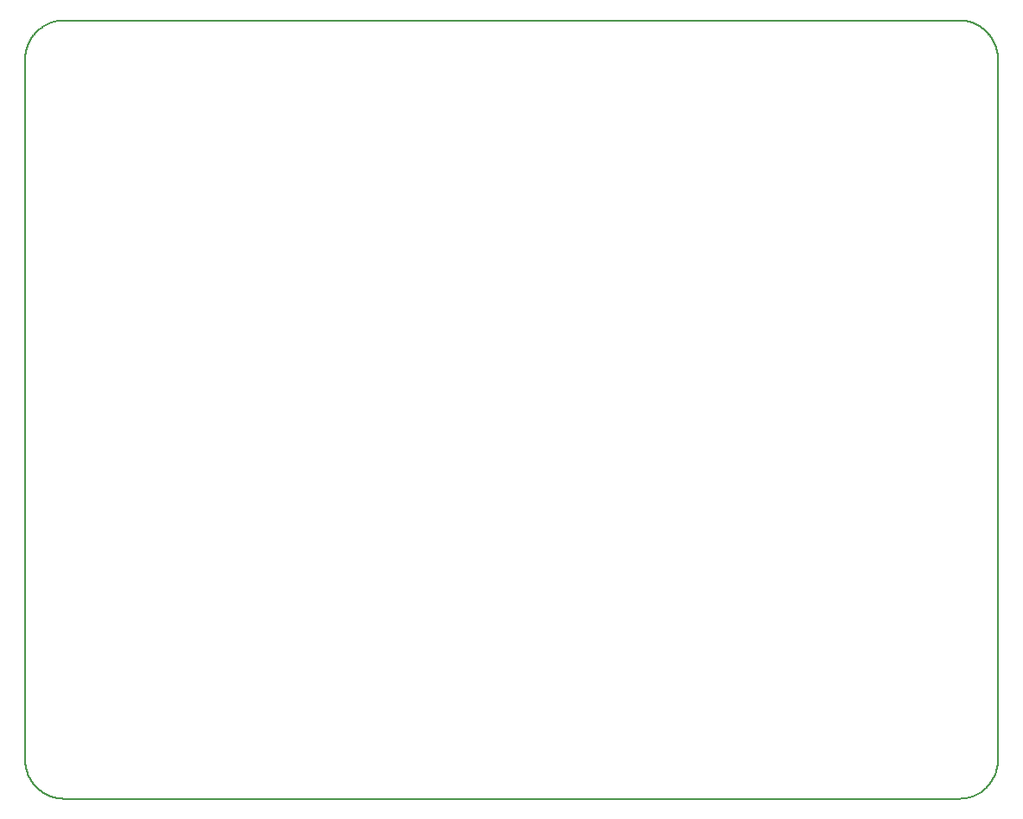
<source format=gbp>
G75*
%MOIN*%
%OFA0B0*%
%FSLAX25Y25*%
%IPPOS*%
%LPD*%
%AMOC8*
5,1,8,0,0,1.08239X$1,22.5*
%
%ADD10C,0.00600*%
D10*
X0032595Y0038933D02*
X0032595Y0308933D01*
X0032599Y0309295D01*
X0032613Y0309658D01*
X0032634Y0310020D01*
X0032665Y0310381D01*
X0032704Y0310741D01*
X0032752Y0311100D01*
X0032809Y0311458D01*
X0032874Y0311815D01*
X0032948Y0312170D01*
X0033031Y0312523D01*
X0033122Y0312874D01*
X0033221Y0313222D01*
X0033329Y0313568D01*
X0033445Y0313912D01*
X0033570Y0314252D01*
X0033702Y0314589D01*
X0033843Y0314923D01*
X0033992Y0315254D01*
X0034149Y0315581D01*
X0034313Y0315904D01*
X0034485Y0316223D01*
X0034665Y0316537D01*
X0034853Y0316848D01*
X0035048Y0317153D01*
X0035250Y0317454D01*
X0035460Y0317750D01*
X0035676Y0318040D01*
X0035900Y0318326D01*
X0036130Y0318606D01*
X0036367Y0318880D01*
X0036611Y0319148D01*
X0036861Y0319411D01*
X0037117Y0319667D01*
X0037380Y0319917D01*
X0037648Y0320161D01*
X0037922Y0320398D01*
X0038202Y0320628D01*
X0038488Y0320852D01*
X0038778Y0321068D01*
X0039074Y0321278D01*
X0039375Y0321480D01*
X0039680Y0321675D01*
X0039991Y0321863D01*
X0040305Y0322043D01*
X0040624Y0322215D01*
X0040947Y0322379D01*
X0041274Y0322536D01*
X0041605Y0322685D01*
X0041939Y0322826D01*
X0042276Y0322958D01*
X0042616Y0323083D01*
X0042960Y0323199D01*
X0043306Y0323307D01*
X0043654Y0323406D01*
X0044005Y0323497D01*
X0044358Y0323580D01*
X0044713Y0323654D01*
X0045070Y0323719D01*
X0045428Y0323776D01*
X0045787Y0323824D01*
X0046147Y0323863D01*
X0046508Y0323894D01*
X0046870Y0323915D01*
X0047233Y0323929D01*
X0047595Y0323933D01*
X0392595Y0323933D01*
X0392957Y0323929D01*
X0393320Y0323915D01*
X0393682Y0323894D01*
X0394043Y0323863D01*
X0394403Y0323824D01*
X0394762Y0323776D01*
X0395120Y0323719D01*
X0395477Y0323654D01*
X0395832Y0323580D01*
X0396185Y0323497D01*
X0396536Y0323406D01*
X0396884Y0323307D01*
X0397230Y0323199D01*
X0397574Y0323083D01*
X0397914Y0322958D01*
X0398251Y0322826D01*
X0398585Y0322685D01*
X0398916Y0322536D01*
X0399243Y0322379D01*
X0399566Y0322215D01*
X0399885Y0322043D01*
X0400199Y0321863D01*
X0400510Y0321675D01*
X0400815Y0321480D01*
X0401116Y0321278D01*
X0401412Y0321068D01*
X0401702Y0320852D01*
X0401988Y0320628D01*
X0402268Y0320398D01*
X0402542Y0320161D01*
X0402810Y0319917D01*
X0403073Y0319667D01*
X0403329Y0319411D01*
X0403579Y0319148D01*
X0403823Y0318880D01*
X0404060Y0318606D01*
X0404290Y0318326D01*
X0404514Y0318040D01*
X0404730Y0317750D01*
X0404940Y0317454D01*
X0405142Y0317153D01*
X0405337Y0316848D01*
X0405525Y0316537D01*
X0405705Y0316223D01*
X0405877Y0315904D01*
X0406041Y0315581D01*
X0406198Y0315254D01*
X0406347Y0314923D01*
X0406488Y0314589D01*
X0406620Y0314252D01*
X0406745Y0313912D01*
X0406861Y0313568D01*
X0406969Y0313222D01*
X0407068Y0312874D01*
X0407159Y0312523D01*
X0407242Y0312170D01*
X0407316Y0311815D01*
X0407381Y0311458D01*
X0407438Y0311100D01*
X0407486Y0310741D01*
X0407525Y0310381D01*
X0407556Y0310020D01*
X0407577Y0309658D01*
X0407591Y0309295D01*
X0407595Y0308933D01*
X0407595Y0038933D01*
X0407591Y0038571D01*
X0407577Y0038208D01*
X0407556Y0037846D01*
X0407525Y0037485D01*
X0407486Y0037125D01*
X0407438Y0036766D01*
X0407381Y0036408D01*
X0407316Y0036051D01*
X0407242Y0035696D01*
X0407159Y0035343D01*
X0407068Y0034992D01*
X0406969Y0034644D01*
X0406861Y0034298D01*
X0406745Y0033954D01*
X0406620Y0033614D01*
X0406488Y0033277D01*
X0406347Y0032943D01*
X0406198Y0032612D01*
X0406041Y0032285D01*
X0405877Y0031962D01*
X0405705Y0031643D01*
X0405525Y0031329D01*
X0405337Y0031018D01*
X0405142Y0030713D01*
X0404940Y0030412D01*
X0404730Y0030116D01*
X0404514Y0029826D01*
X0404290Y0029540D01*
X0404060Y0029260D01*
X0403823Y0028986D01*
X0403579Y0028718D01*
X0403329Y0028455D01*
X0403073Y0028199D01*
X0402810Y0027949D01*
X0402542Y0027705D01*
X0402268Y0027468D01*
X0401988Y0027238D01*
X0401702Y0027014D01*
X0401412Y0026798D01*
X0401116Y0026588D01*
X0400815Y0026386D01*
X0400510Y0026191D01*
X0400199Y0026003D01*
X0399885Y0025823D01*
X0399566Y0025651D01*
X0399243Y0025487D01*
X0398916Y0025330D01*
X0398585Y0025181D01*
X0398251Y0025040D01*
X0397914Y0024908D01*
X0397574Y0024783D01*
X0397230Y0024667D01*
X0396884Y0024559D01*
X0396536Y0024460D01*
X0396185Y0024369D01*
X0395832Y0024286D01*
X0395477Y0024212D01*
X0395120Y0024147D01*
X0394762Y0024090D01*
X0394403Y0024042D01*
X0394043Y0024003D01*
X0393682Y0023972D01*
X0393320Y0023951D01*
X0392957Y0023937D01*
X0392595Y0023933D01*
X0047595Y0023933D01*
X0047233Y0023937D01*
X0046870Y0023951D01*
X0046508Y0023972D01*
X0046147Y0024003D01*
X0045787Y0024042D01*
X0045428Y0024090D01*
X0045070Y0024147D01*
X0044713Y0024212D01*
X0044358Y0024286D01*
X0044005Y0024369D01*
X0043654Y0024460D01*
X0043306Y0024559D01*
X0042960Y0024667D01*
X0042616Y0024783D01*
X0042276Y0024908D01*
X0041939Y0025040D01*
X0041605Y0025181D01*
X0041274Y0025330D01*
X0040947Y0025487D01*
X0040624Y0025651D01*
X0040305Y0025823D01*
X0039991Y0026003D01*
X0039680Y0026191D01*
X0039375Y0026386D01*
X0039074Y0026588D01*
X0038778Y0026798D01*
X0038488Y0027014D01*
X0038202Y0027238D01*
X0037922Y0027468D01*
X0037648Y0027705D01*
X0037380Y0027949D01*
X0037117Y0028199D01*
X0036861Y0028455D01*
X0036611Y0028718D01*
X0036367Y0028986D01*
X0036130Y0029260D01*
X0035900Y0029540D01*
X0035676Y0029826D01*
X0035460Y0030116D01*
X0035250Y0030412D01*
X0035048Y0030713D01*
X0034853Y0031018D01*
X0034665Y0031329D01*
X0034485Y0031643D01*
X0034313Y0031962D01*
X0034149Y0032285D01*
X0033992Y0032612D01*
X0033843Y0032943D01*
X0033702Y0033277D01*
X0033570Y0033614D01*
X0033445Y0033954D01*
X0033329Y0034298D01*
X0033221Y0034644D01*
X0033122Y0034992D01*
X0033031Y0035343D01*
X0032948Y0035696D01*
X0032874Y0036051D01*
X0032809Y0036408D01*
X0032752Y0036766D01*
X0032704Y0037125D01*
X0032665Y0037485D01*
X0032634Y0037846D01*
X0032613Y0038208D01*
X0032599Y0038571D01*
X0032595Y0038933D01*
M02*

</source>
